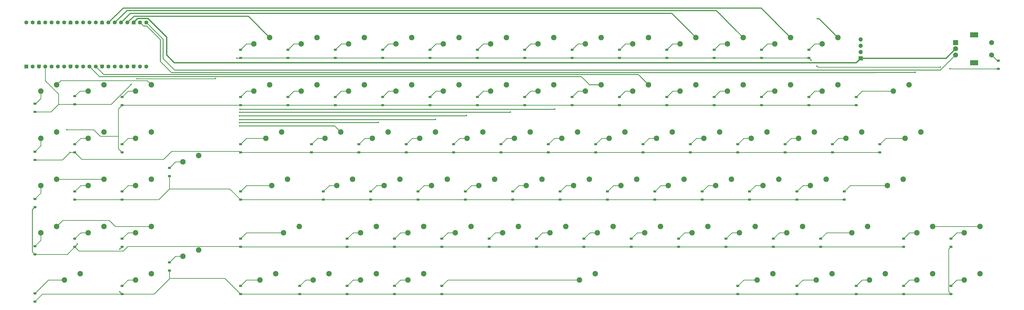
<source format=gbr>
%TF.GenerationSoftware,KiCad,Pcbnew,8.0.8*%
%TF.CreationDate,2025-04-09T15:43:05-07:00*%
%TF.ProjectId,hackboard,6861636b-626f-4617-9264-2e6b69636164,rev?*%
%TF.SameCoordinates,Original*%
%TF.FileFunction,Copper,L2,Bot*%
%TF.FilePolarity,Positive*%
%FSLAX46Y46*%
G04 Gerber Fmt 4.6, Leading zero omitted, Abs format (unit mm)*
G04 Created by KiCad (PCBNEW 8.0.8) date 2025-04-09 15:43:05*
%MOMM*%
%LPD*%
G01*
G04 APERTURE LIST*
G04 Aperture macros list*
%AMRoundRect*
0 Rectangle with rounded corners*
0 $1 Rounding radius*
0 $2 $3 $4 $5 $6 $7 $8 $9 X,Y pos of 4 corners*
0 Add a 4 corners polygon primitive as box body*
4,1,4,$2,$3,$4,$5,$6,$7,$8,$9,$2,$3,0*
0 Add four circle primitives for the rounded corners*
1,1,$1+$1,$2,$3*
1,1,$1+$1,$4,$5*
1,1,$1+$1,$6,$7*
1,1,$1+$1,$8,$9*
0 Add four rect primitives between the rounded corners*
20,1,$1+$1,$2,$3,$4,$5,0*
20,1,$1+$1,$4,$5,$6,$7,0*
20,1,$1+$1,$6,$7,$8,$9,0*
20,1,$1+$1,$8,$9,$2,$3,0*%
%AMFreePoly0*
4,1,28,0.605014,0.794986,0.644504,0.794986,0.724698,0.756366,0.780194,0.686777,0.800000,0.600000,0.800000,-0.600000,0.780194,-0.686777,0.724698,-0.756366,0.644504,-0.794986,0.605014,-0.794986,0.600000,-0.800000,0.000000,-0.800000,-0.178017,-0.779942,-0.347107,-0.720775,-0.498792,-0.625465,-0.625465,-0.498792,-0.720775,-0.347107,-0.779942,-0.178017,-0.800000,0.000000,-0.779942,0.178017,
-0.720775,0.347107,-0.625465,0.498792,-0.498792,0.625465,-0.347107,0.720775,-0.178017,0.779942,0.000000,0.800000,0.600000,0.800000,0.605014,0.794986,0.605014,0.794986,$1*%
%AMFreePoly1*
4,1,28,0.178017,0.779942,0.347107,0.720775,0.498792,0.625465,0.625465,0.498792,0.720775,0.347107,0.779942,0.178017,0.800000,0.000000,0.779942,-0.178017,0.720775,-0.347107,0.625465,-0.498792,0.498792,-0.625465,0.347107,-0.720775,0.178017,-0.779942,0.000000,-0.800000,-0.600000,-0.800000,-0.605014,-0.794986,-0.644504,-0.794986,-0.724698,-0.756366,-0.780194,-0.686777,-0.800000,-0.600000,
-0.800000,0.600000,-0.780194,0.686777,-0.724698,0.756366,-0.644504,0.794986,-0.605014,0.794986,-0.600000,0.800000,0.000000,0.800000,0.178017,0.779942,0.178017,0.779942,$1*%
G04 Aperture macros list end*
%TA.AperFunction,ComponentPad*%
%ADD10C,2.200000*%
%TD*%
%TA.AperFunction,ComponentPad*%
%ADD11R,1.700000X1.700000*%
%TD*%
%TA.AperFunction,ComponentPad*%
%ADD12O,1.700000X1.700000*%
%TD*%
%TA.AperFunction,ComponentPad*%
%ADD13RoundRect,0.200000X0.600000X-0.600000X0.600000X0.600000X-0.600000X0.600000X-0.600000X-0.600000X0*%
%TD*%
%TA.AperFunction,ComponentPad*%
%ADD14C,1.600000*%
%TD*%
%TA.AperFunction,ComponentPad*%
%ADD15FreePoly0,90.000000*%
%TD*%
%TA.AperFunction,ComponentPad*%
%ADD16FreePoly1,90.000000*%
%TD*%
%TA.AperFunction,ComponentPad*%
%ADD17R,2.000000X2.000000*%
%TD*%
%TA.AperFunction,ComponentPad*%
%ADD18C,2.000000*%
%TD*%
%TA.AperFunction,ComponentPad*%
%ADD19R,3.200000X2.000000*%
%TD*%
%TA.AperFunction,SMDPad,CuDef*%
%ADD20RoundRect,0.225000X0.375000X-0.225000X0.375000X0.225000X-0.375000X0.225000X-0.375000X-0.225000X0*%
%TD*%
%TA.AperFunction,ViaPad*%
%ADD21C,0.600000*%
%TD*%
%TA.AperFunction,Conductor*%
%ADD22C,0.250000*%
%TD*%
%TA.AperFunction,Conductor*%
%ADD23C,0.500000*%
%TD*%
%TA.AperFunction,Conductor*%
%ADD24C,0.400000*%
%TD*%
%TA.AperFunction,Conductor*%
%ADD25C,0.300000*%
%TD*%
G04 APERTURE END LIST*
D10*
%TO.P,SW74,1,1*%
%TO.N,col 10*%
X312181875Y-160813750D03*
%TO.P,SW74,2,2*%
%TO.N,Net-(D74-A)*%
X305831875Y-163353750D03*
%TD*%
%TO.P,SW13,1,1*%
%TO.N,col 12*%
X345519375Y-84613750D03*
%TO.P,SW13,2,2*%
%TO.N,Net-(D13-A)*%
X339169375Y-87153750D03*
%TD*%
%TO.P,SW53,1,1*%
%TO.N,col 5*%
X207406875Y-141763750D03*
%TO.P,SW53,2,2*%
%TO.N,Net-(D53-A)*%
X201056875Y-144303750D03*
%TD*%
%TO.P,SW72,1,1*%
%TO.N,col 8*%
X274081875Y-160813750D03*
%TO.P,SW72,2,2*%
%TO.N,Net-(D72-A)*%
X267731875Y-163353750D03*
%TD*%
%TO.P,SW3,1,1*%
%TO.N,col 2*%
X107394375Y-103663750D03*
%TO.P,SW3,2,2*%
%TO.N,Net-(D3-A)*%
X101044375Y-106203750D03*
%TD*%
%TO.P,SW50,1,1*%
%TO.N,col 2*%
X126444375Y-141763750D03*
%TO.P,SW50,2,2*%
%TO.N,Net-(D50-A)*%
X120094375Y-144303750D03*
%TD*%
%TO.P,SW75,1,1*%
%TO.N,col 11*%
X331231875Y-160813750D03*
%TO.P,SW75,2,2*%
%TO.N,Net-(D75-A)*%
X324881875Y-163353750D03*
%TD*%
%TO.P,SW61,1,1*%
%TO.N,col 13*%
X359806875Y-141763750D03*
%TO.P,SW61,2,2*%
%TO.N,Net-(D61-A)*%
X353456875Y-144303750D03*
%TD*%
%TO.P,SW14,1,1*%
%TO.N,col 13*%
X364569375Y-84613750D03*
%TO.P,SW14,2,2*%
%TO.N,Net-(D14-A)*%
X358219375Y-87153750D03*
%TD*%
%TO.P,SW47,1,1*%
%TO.N,col 15*%
X412194375Y-122713750D03*
%TO.P,SW47,2,2*%
%TO.N,Net-(D47-A)*%
X405844375Y-125253750D03*
%TD*%
%TO.P,SW25,1,1*%
%TO.N,col 9*%
X288369375Y-103663750D03*
%TO.P,SW25,2,2*%
%TO.N,Net-(D25-A)*%
X282019375Y-106203750D03*
%TD*%
%TO.P,SW79,1,1*%
%TO.N,col 15*%
X414575625Y-160813750D03*
%TO.P,SW79,2,2*%
%TO.N,Net-(D79-A)*%
X408225625Y-163353750D03*
%TD*%
D11*
%TO.P,Brd1,1,GND*%
%TO.N,GND*%
X411803750Y-92991875D03*
D12*
%TO.P,Brd1,2,VCC*%
%TO.N,+5V*%
X411803750Y-90451875D03*
%TO.P,Brd1,3,SCL*%
%TO.N,clock*%
X411803750Y-87911875D03*
%TO.P,Brd1,4,SDA*%
%TO.N,data*%
X411803750Y-85371875D03*
%TD*%
D10*
%TO.P,SW32,1,1*%
%TO.N,col 16*%
X431244375Y-103663750D03*
%TO.P,SW32,2,2*%
%TO.N,Net-(D32-A)*%
X424894375Y-106203750D03*
%TD*%
%TO.P,SW90,1,1*%
%TO.N,col 11*%
X376475625Y-179863750D03*
%TO.P,SW90,2,2*%
%TO.N,Net-(D90-A)*%
X370125625Y-182403750D03*
%TD*%
%TO.P,SW68,1,1*%
%TO.N,col 4*%
X185975625Y-160813750D03*
%TO.P,SW68,2,2*%
%TO.N,Net-(D68-A)*%
X179625625Y-163353750D03*
%TD*%
%TO.P,SW49,1,1*%
%TO.N,col 1*%
X107394375Y-141763750D03*
%TO.P,SW49,2,2*%
%TO.N,Net-(D49-A)*%
X101044375Y-144303750D03*
%TD*%
%TO.P,SW11,1,1*%
%TO.N,col 10*%
X307419375Y-84613750D03*
%TO.P,SW11,2,2*%
%TO.N,Net-(D11-A)*%
X301069375Y-87153750D03*
%TD*%
%TO.P,SW81,1,1*%
%TO.N,col 1*%
X97869375Y-179863750D03*
%TO.P,SW81,2,2*%
%TO.N,Net-(D81-A)*%
X91519375Y-182403750D03*
%TD*%
%TO.P,SW58,1,1*%
%TO.N,col 10*%
X302656875Y-141763750D03*
%TO.P,SW58,2,2*%
%TO.N,Net-(D58-A)*%
X296306875Y-144303750D03*
%TD*%
%TO.P,SW56,1,1*%
%TO.N,col 8*%
X264556875Y-141763750D03*
%TO.P,SW56,2,2*%
%TO.N,Net-(D56-A)*%
X258206875Y-144303750D03*
%TD*%
%TO.P,SW80,1,1*%
%TO.N,col 16*%
X440769375Y-160813750D03*
%TO.P,SW80,2,2*%
%TO.N,Net-(D80-A)*%
X434419375Y-163353750D03*
%TD*%
%TO.P,SW7,1,1*%
%TO.N,col 6*%
X231219375Y-84613750D03*
%TO.P,SW7,2,2*%
%TO.N,Net-(D7-A)*%
X224869375Y-87153750D03*
%TD*%
%TO.P,SW51,1,1*%
%TO.N,col 3*%
X145494375Y-132238750D03*
%TO.P,SW51,2,2*%
%TO.N,Net-(D51-A)*%
X139144375Y-134778750D03*
%TD*%
%TO.P,SW54,1,1*%
%TO.N,col 6*%
X226456875Y-141763750D03*
%TO.P,SW54,2,2*%
%TO.N,Net-(D54-A)*%
X220106875Y-144303750D03*
%TD*%
%TO.P,SW30,1,1*%
%TO.N,col 14*%
X383619375Y-103663750D03*
%TO.P,SW30,2,2*%
%TO.N,Net-(D30-A)*%
X377269375Y-106203750D03*
%TD*%
%TO.P,SW40,1,1*%
%TO.N,col 8*%
X278844375Y-122713750D03*
%TO.P,SW40,2,2*%
%TO.N,Net-(D40-A)*%
X272494375Y-125253750D03*
%TD*%
%TO.P,SW27,1,1*%
%TO.N,col 11*%
X326469375Y-103663750D03*
%TO.P,SW27,2,2*%
%TO.N,Net-(D27-A)*%
X320119375Y-106203750D03*
%TD*%
%TO.P,SW83,1,1*%
%TO.N,col 3*%
X126444375Y-179863750D03*
%TO.P,SW83,2,2*%
%TO.N,Net-(D83-A)*%
X120094375Y-182403750D03*
%TD*%
%TO.P,SW38,1,1*%
%TO.N,col 6*%
X240744375Y-122713750D03*
%TO.P,SW38,2,2*%
%TO.N,Net-(D38-A)*%
X234394375Y-125253750D03*
%TD*%
%TO.P,SW85,1,1*%
%TO.N,col 5*%
X176450625Y-179863750D03*
%TO.P,SW85,2,2*%
%TO.N,Net-(D85-A)*%
X170100625Y-182403750D03*
%TD*%
%TO.P,SW8,1,1*%
%TO.N,col 7*%
X250269375Y-84613750D03*
%TO.P,SW8,2,2*%
%TO.N,Net-(D8-A)*%
X243919375Y-87153750D03*
%TD*%
%TO.P,SW93,1,1*%
%TO.N,col 14*%
X440769375Y-179863750D03*
%TO.P,SW93,2,2*%
%TO.N,Net-(D93-A)*%
X434419375Y-182403750D03*
%TD*%
%TO.P,SW22,1,1*%
%TO.N,col 6*%
X231219375Y-103663750D03*
%TO.P,SW22,2,2*%
%TO.N,Net-(D22-A)*%
X224869375Y-106203750D03*
%TD*%
%TO.P,SW62,1,1*%
%TO.N,col 14*%
X378856875Y-141763750D03*
%TO.P,SW62,2,2*%
%TO.N,Net-(D62-A)*%
X372506875Y-144303750D03*
%TD*%
%TO.P,SW67,1,1*%
%TO.N,col 3*%
X107394375Y-160813750D03*
%TO.P,SW67,2,2*%
%TO.N,Net-(D67-A)*%
X101044375Y-163353750D03*
%TD*%
%TO.P,SW59,1,1*%
%TO.N,col 11*%
X321706875Y-141763750D03*
%TO.P,SW59,2,2*%
%TO.N,Net-(D59-A)*%
X315356875Y-144303750D03*
%TD*%
%TO.P,SW44,1,1*%
%TO.N,col 12*%
X355044375Y-122713750D03*
%TO.P,SW44,2,2*%
%TO.N,Net-(D44-A)*%
X348694375Y-125253750D03*
%TD*%
%TO.P,SW37,1,1*%
%TO.N,col 5*%
X221694375Y-122713750D03*
%TO.P,SW37,2,2*%
%TO.N,Net-(D37-A)*%
X215344375Y-125253750D03*
%TD*%
%TO.P,SW26,1,1*%
%TO.N,col 10*%
X307419375Y-103663750D03*
%TO.P,SW26,2,2*%
%TO.N,Net-(D26-A)*%
X301069375Y-106203750D03*
%TD*%
%TO.P,SW94,1,1*%
%TO.N,col 15*%
X459819375Y-179863750D03*
%TO.P,SW94,2,2*%
%TO.N,Net-(D94-A)*%
X453469375Y-182403750D03*
%TD*%
%TO.P,SW55,1,1*%
%TO.N,col 7*%
X245506875Y-141763750D03*
%TO.P,SW55,2,2*%
%TO.N,Net-(D55-A)*%
X239156875Y-144303750D03*
%TD*%
D13*
%TO.P,U1,1,GPIO0*%
%TO.N,row 6*%
X76180000Y-96330000D03*
D14*
%TO.P,U1,2,GPIO1*%
%TO.N,col 1*%
X78720000Y-96330000D03*
D15*
%TO.P,U1,3,GND*%
%TO.N,unconnected-(U1-GND-Pad3)*%
X81260000Y-96330000D03*
D14*
%TO.P,U1,4,GPIO2*%
%TO.N,row 1*%
X83800000Y-96330000D03*
%TO.P,U1,5,GPIO3*%
%TO.N,row 2*%
X86340000Y-96330000D03*
%TO.P,U1,6,GPIO4*%
%TO.N,row 3*%
X88880000Y-96330000D03*
%TO.P,U1,7,GPIO5*%
%TO.N,row 4*%
X91420000Y-96330000D03*
D15*
%TO.P,U1,8,GND*%
%TO.N,unconnected-(U1-GND-Pad8)*%
X93960000Y-96330000D03*
D14*
%TO.P,U1,9,GPIO6*%
%TO.N,row 5*%
X96500000Y-96330000D03*
%TO.P,U1,10,GPIO7*%
%TO.N,col 2*%
X99040000Y-96330000D03*
%TO.P,U1,11,GPIO8*%
%TO.N,col 10*%
X101580000Y-96330000D03*
%TO.P,U1,12,GPIO9*%
%TO.N,col 11*%
X104120000Y-96330000D03*
D15*
%TO.P,U1,13,GND*%
%TO.N,unconnected-(U1-GND-Pad13)*%
X106660000Y-96330000D03*
D14*
%TO.P,U1,14,GPIO10*%
%TO.N,col 4*%
X109200000Y-96330000D03*
%TO.P,U1,15,GPIO11*%
%TO.N,col 5*%
X111740000Y-96330000D03*
%TO.P,U1,16,GPIO12*%
%TO.N,col 6*%
X114280000Y-96330000D03*
%TO.P,U1,17,GPIO13*%
%TO.N,col 7*%
X116820000Y-96330000D03*
D15*
%TO.P,U1,18,GND*%
%TO.N,unconnected-(U1-GND-Pad18)*%
X119360000Y-96330000D03*
D14*
%TO.P,U1,19,GPIO14*%
%TO.N,col 8*%
X121900000Y-96330000D03*
%TO.P,U1,20,GPIO15*%
%TO.N,col 9*%
X124440000Y-96330000D03*
%TO.P,U1,21,GPIO16*%
%TO.N,encA*%
X124440000Y-78550000D03*
%TO.P,U1,22,GPIO17*%
%TO.N,encB*%
X121900000Y-78550000D03*
D16*
%TO.P,U1,23,GND*%
%TO.N,GND*%
X119360000Y-78550000D03*
D14*
%TO.P,U1,24,GPIO18*%
%TO.N,col 3*%
X116820000Y-78550000D03*
%TO.P,U1,25,GPIO19*%
%TO.N,col 12*%
X114280000Y-78550000D03*
%TO.P,U1,26,GPIO20*%
%TO.N,col 13*%
X111740000Y-78550000D03*
%TO.P,U1,27,GPIO21*%
%TO.N,col 14*%
X109200000Y-78550000D03*
D16*
%TO.P,U1,28,GND*%
%TO.N,unconnected-(U1-GND-Pad28)*%
X106660000Y-78550000D03*
D14*
%TO.P,U1,29,GPIO22*%
%TO.N,col 15*%
X104120000Y-78550000D03*
%TO.P,U1,30,RUN*%
%TO.N,unconnected-(U1-RUN-Pad30)*%
X101580000Y-78550000D03*
%TO.P,U1,31,GPIO26_ADC0*%
%TO.N,data*%
X99040000Y-78550000D03*
%TO.P,U1,32,GPIO27_ADC1*%
%TO.N,clock*%
X96500000Y-78550000D03*
D16*
%TO.P,U1,33,AGND*%
%TO.N,unconnected-(U1-AGND-Pad33)*%
X93960000Y-78550000D03*
D14*
%TO.P,U1,34,GPIO28_ADC2*%
%TO.N,col 16*%
X91420000Y-78550000D03*
%TO.P,U1,35,ADC_VREF*%
%TO.N,unconnected-(U1-ADC_VREF-Pad35)*%
X88880000Y-78550000D03*
%TO.P,U1,36,3V3*%
%TO.N,unconnected-(U1-3V3-Pad36)*%
X86340000Y-78550000D03*
%TO.P,U1,37,3V3_EN*%
%TO.N,unconnected-(U1-3V3_EN-Pad37)*%
X83800000Y-78550000D03*
D16*
%TO.P,U1,38,GND*%
%TO.N,unconnected-(U1-GND-Pad38)*%
X81260000Y-78550000D03*
D14*
%TO.P,U1,39,VSYS*%
%TO.N,unconnected-(U1-VSYS-Pad39)*%
X78720000Y-78550000D03*
%TO.P,U1,40,VBUS*%
%TO.N,+5V*%
X76180000Y-78550000D03*
%TD*%
D10*
%TO.P,SW63,1,1*%
%TO.N,col 15*%
X397906875Y-141763750D03*
%TO.P,SW63,2,2*%
%TO.N,Net-(D63-A)*%
X391556875Y-144303750D03*
%TD*%
%TO.P,SW9,1,1*%
%TO.N,col 8*%
X269319375Y-84613750D03*
%TO.P,SW9,2,2*%
%TO.N,Net-(D9-A)*%
X262969375Y-87153750D03*
%TD*%
%TO.P,SW5,1,1*%
%TO.N,col 4*%
X193119375Y-84613750D03*
%TO.P,SW5,2,2*%
%TO.N,Net-(D5-A)*%
X186769375Y-87153750D03*
%TD*%
%TO.P,SW2,1,1*%
%TO.N,col 1*%
X88344375Y-103663750D03*
%TO.P,SW2,2,2*%
%TO.N,Net-(D2-A)*%
X81994375Y-106203750D03*
%TD*%
%TO.P,SW84,1,1*%
%TO.N,col 4*%
X145494375Y-170338750D03*
%TO.P,SW84,2,2*%
%TO.N,Net-(D84-A)*%
X139144375Y-172878750D03*
%TD*%
%TO.P,SW18,1,1*%
%TO.N,col 2*%
X126444375Y-122713750D03*
%TO.P,SW18,2,2*%
%TO.N,Net-(D18-A)*%
X120094375Y-125253750D03*
%TD*%
%TO.P,SW41,1,1*%
%TO.N,col 9*%
X297894375Y-122713750D03*
%TO.P,SW41,2,2*%
%TO.N,Net-(D41-A)*%
X291544375Y-125253750D03*
%TD*%
%TO.P,SW21,1,1*%
%TO.N,col 5*%
X212169375Y-103663750D03*
%TO.P,SW21,2,2*%
%TO.N,Net-(D21-A)*%
X205819375Y-106203750D03*
%TD*%
%TO.P,SW28,1,1*%
%TO.N,col 12*%
X345519375Y-103663750D03*
%TO.P,SW28,2,2*%
%TO.N,Net-(D28-A)*%
X339169375Y-106203750D03*
%TD*%
%TO.P,SW45,1,1*%
%TO.N,col 13*%
X374094375Y-122713750D03*
%TO.P,SW45,2,2*%
%TO.N,Net-(D45-A)*%
X367744375Y-125253750D03*
%TD*%
%TO.P,SW6,1,1*%
%TO.N,col 5*%
X212169375Y-84613750D03*
%TO.P,SW6,2,2*%
%TO.N,Net-(D6-A)*%
X205819375Y-87153750D03*
%TD*%
%TO.P,SW91,1,1*%
%TO.N,col 12*%
X400288125Y-179863750D03*
%TO.P,SW91,2,2*%
%TO.N,Net-(D91-A)*%
X393938125Y-182403750D03*
%TD*%
%TO.P,SW92,1,1*%
%TO.N,col 13*%
X421719375Y-179863750D03*
%TO.P,SW92,2,2*%
%TO.N,Net-(D92-A)*%
X415369375Y-182403750D03*
%TD*%
%TO.P,SW73,1,1*%
%TO.N,col 9*%
X293131875Y-160813750D03*
%TO.P,SW73,2,2*%
%TO.N,Net-(D73-A)*%
X286781875Y-163353750D03*
%TD*%
%TO.P,SW29,1,1*%
%TO.N,col 13*%
X364569375Y-103663750D03*
%TO.P,SW29,2,2*%
%TO.N,Net-(D29-A)*%
X358219375Y-106203750D03*
%TD*%
D17*
%TO.P,SW1,A,A*%
%TO.N,encB*%
X449950000Y-86678125D03*
D18*
%TO.P,SW1,B,B*%
%TO.N,encA*%
X449950000Y-91678125D03*
%TO.P,SW1,C,C*%
%TO.N,GND*%
X449950000Y-89178125D03*
D19*
%TO.P,SW1,MP*%
%TO.N,N/C*%
X457450000Y-83578125D03*
X457450000Y-94778125D03*
D18*
%TO.P,SW1,S1,S1*%
%TO.N,Net-(D1-A)*%
X464450000Y-91678125D03*
%TO.P,SW1,S2,S2*%
%TO.N,col 16*%
X464450000Y-86678125D03*
%TD*%
D10*
%TO.P,SW88,1,1*%
%TO.N,col 8*%
X235981875Y-179863750D03*
%TO.P,SW88,2,2*%
%TO.N,Net-(D88-A)*%
X229631875Y-182403750D03*
%TD*%
%TO.P,SW89,1,1*%
%TO.N,col 10*%
X305038125Y-179863750D03*
%TO.P,SW89,2,2*%
%TO.N,Net-(D89-A)*%
X298688125Y-182403750D03*
%TD*%
%TO.P,SW82,1,1*%
%TO.N,col 2*%
X126444375Y-160813750D03*
%TO.P,SW82,2,2*%
%TO.N,Net-(D82-A)*%
X120094375Y-163353750D03*
%TD*%
%TO.P,SW12,1,1*%
%TO.N,col 11*%
X326469375Y-84613750D03*
%TO.P,SW12,2,2*%
%TO.N,Net-(D12-A)*%
X320119375Y-87153750D03*
%TD*%
%TO.P,SW24,1,1*%
%TO.N,col 8*%
X269319375Y-103663750D03*
%TO.P,SW24,2,2*%
%TO.N,Net-(D24-A)*%
X262969375Y-106203750D03*
%TD*%
%TO.P,SW52,1,1*%
%TO.N,col 4*%
X181213125Y-141763750D03*
%TO.P,SW52,2,2*%
%TO.N,Net-(D52-A)*%
X174863125Y-144303750D03*
%TD*%
%TO.P,SW15,1,1*%
%TO.N,col 14*%
X383619375Y-84613750D03*
%TO.P,SW15,2,2*%
%TO.N,Net-(D15-A)*%
X377269375Y-87153750D03*
%TD*%
%TO.P,SW23,1,1*%
%TO.N,col 7*%
X250269375Y-103663750D03*
%TO.P,SW23,2,2*%
%TO.N,Net-(D23-A)*%
X243919375Y-106203750D03*
%TD*%
%TO.P,SW4,1,1*%
%TO.N,col 3*%
X174069375Y-84613750D03*
%TO.P,SW4,2,2*%
%TO.N,Net-(D4-A)*%
X167719375Y-87153750D03*
%TD*%
%TO.P,SW19,1,1*%
%TO.N,col 3*%
X174069375Y-103663750D03*
%TO.P,SW19,2,2*%
%TO.N,Net-(D19-A)*%
X167719375Y-106203750D03*
%TD*%
%TO.P,SW46,1,1*%
%TO.N,col 14*%
X393144375Y-122713750D03*
%TO.P,SW46,2,2*%
%TO.N,Net-(D46-A)*%
X386794375Y-125253750D03*
%TD*%
%TO.P,SW16,1,1*%
%TO.N,col 15*%
X402669370Y-84613750D03*
%TO.P,SW16,2,2*%
%TO.N,Net-(D16-A)*%
X396319370Y-87153750D03*
%TD*%
%TO.P,SW65,1,1*%
%TO.N,col 1*%
X88344375Y-141763750D03*
%TO.P,SW65,2,2*%
%TO.N,Net-(D65-A)*%
X81994375Y-144303750D03*
%TD*%
%TO.P,SW48,1,1*%
%TO.N,col 16*%
X436006875Y-122713750D03*
%TO.P,SW48,2,2*%
%TO.N,Net-(D48-A)*%
X429656875Y-125253750D03*
%TD*%
%TO.P,SW43,1,1*%
%TO.N,col 11*%
X335994375Y-122713750D03*
%TO.P,SW43,2,2*%
%TO.N,Net-(D43-A)*%
X329644375Y-125253750D03*
%TD*%
%TO.P,SW70,1,1*%
%TO.N,col 6*%
X235981875Y-160813750D03*
%TO.P,SW70,2,2*%
%TO.N,Net-(D70-A)*%
X229631875Y-163353750D03*
%TD*%
%TO.P,SW57,1,1*%
%TO.N,col 9*%
X283606875Y-141763750D03*
%TO.P,SW57,2,2*%
%TO.N,Net-(D57-A)*%
X277256875Y-144303750D03*
%TD*%
%TO.P,SW35,1,1*%
%TO.N,col 3*%
X178831875Y-122713750D03*
%TO.P,SW35,2,2*%
%TO.N,Net-(D35-A)*%
X172481875Y-125253750D03*
%TD*%
%TO.P,SW34,1,1*%
%TO.N,col 2*%
X107394375Y-122713750D03*
%TO.P,SW34,2,2*%
%TO.N,Net-(D34-A)*%
X101044375Y-125253750D03*
%TD*%
%TO.P,SW77,1,1*%
%TO.N,col 13*%
X369331875Y-160813750D03*
%TO.P,SW77,2,2*%
%TO.N,Net-(D77-A)*%
X362981875Y-163353750D03*
%TD*%
%TO.P,SW10,1,1*%
%TO.N,col 9*%
X288369375Y-84613750D03*
%TO.P,SW10,2,2*%
%TO.N,Net-(D10-A)*%
X282019375Y-87153750D03*
%TD*%
%TO.P,SW71,1,1*%
%TO.N,col 7*%
X255031875Y-160813750D03*
%TO.P,SW71,2,2*%
%TO.N,Net-(D71-A)*%
X248681875Y-163353750D03*
%TD*%
%TO.P,SW64,1,1*%
%TO.N,col 16*%
X428863125Y-141763750D03*
%TO.P,SW64,2,2*%
%TO.N,Net-(D64-A)*%
X422513125Y-144303750D03*
%TD*%
%TO.P,SW66,1,1*%
%TO.N,col 2*%
X88344375Y-160813750D03*
%TO.P,SW66,2,2*%
%TO.N,Net-(D66-A)*%
X81994375Y-163353750D03*
%TD*%
%TO.P,SW33,1,1*%
%TO.N,col 1*%
X88344375Y-122713750D03*
%TO.P,SW33,2,2*%
%TO.N,Net-(D33-A)*%
X81994375Y-125253750D03*
%TD*%
%TO.P,SW39,1,1*%
%TO.N,col 7*%
X259794375Y-122713750D03*
%TO.P,SW39,2,2*%
%TO.N,Net-(D39-A)*%
X253444375Y-125253750D03*
%TD*%
%TO.P,SW36,1,1*%
%TO.N,col 4*%
X202644375Y-122713750D03*
%TO.P,SW36,2,2*%
%TO.N,Net-(D36-A)*%
X196294375Y-125253750D03*
%TD*%
%TO.P,SW42,1,1*%
%TO.N,col 10*%
X316944375Y-122713750D03*
%TO.P,SW42,2,2*%
%TO.N,Net-(D42-A)*%
X310594375Y-125253750D03*
%TD*%
%TO.P,SW20,1,1*%
%TO.N,col 4*%
X193119375Y-103663750D03*
%TO.P,SW20,2,2*%
%TO.N,Net-(D20-A)*%
X186769375Y-106203750D03*
%TD*%
%TO.P,SW76,1,1*%
%TO.N,col 12*%
X350281875Y-160813750D03*
%TO.P,SW76,2,2*%
%TO.N,Net-(D76-A)*%
X343931875Y-163353750D03*
%TD*%
%TO.P,SW86,1,1*%
%TO.N,col 6*%
X197881875Y-179863750D03*
%TO.P,SW86,2,2*%
%TO.N,Net-(D86-A)*%
X191531875Y-182403750D03*
%TD*%
%TO.P,SW69,1,1*%
%TO.N,col 5*%
X216931875Y-160813750D03*
%TO.P,SW69,2,2*%
%TO.N,Net-(D69-A)*%
X210581875Y-163353750D03*
%TD*%
%TO.P,SW87,1,1*%
%TO.N,col 7*%
X216931875Y-179863750D03*
%TO.P,SW87,2,2*%
%TO.N,Net-(D87-A)*%
X210581875Y-182403750D03*
%TD*%
%TO.P,SW17,1,1*%
%TO.N,col 1*%
X126444375Y-103663750D03*
%TO.P,SW17,2,2*%
%TO.N,Net-(D17-A)*%
X120094375Y-106203750D03*
%TD*%
%TO.P,SW95,1,1*%
%TO.N,col 16*%
X459819375Y-160813750D03*
%TO.P,SW95,2,2*%
%TO.N,Net-(D95-A)*%
X453469375Y-163353750D03*
%TD*%
%TO.P,SW60,1,1*%
%TO.N,col 12*%
X340756875Y-141763750D03*
%TO.P,SW60,2,2*%
%TO.N,Net-(D60-A)*%
X334406875Y-144303750D03*
%TD*%
%TO.P,SW78,1,1*%
%TO.N,col 14*%
X388381875Y-160813750D03*
%TO.P,SW78,2,2*%
%TO.N,Net-(D78-A)*%
X382031875Y-163353750D03*
%TD*%
%TO.P,SW31,1,1*%
%TO.N,col 15*%
X402669375Y-103663750D03*
%TO.P,SW31,2,2*%
%TO.N,Net-(D31-A)*%
X396319375Y-106203750D03*
%TD*%
D20*
%TO.P,D31,1,K*%
%TO.N,row 2*%
X390921875Y-111918750D03*
%TO.P,D31,2,A*%
%TO.N,Net-(D31-A)*%
X390921875Y-108618750D03*
%TD*%
%TO.P,D21,1,K*%
%TO.N,row 2*%
X200421875Y-111918750D03*
%TO.P,D21,2,A*%
%TO.N,Net-(D21-A)*%
X200421875Y-108618750D03*
%TD*%
%TO.P,D8,1,K*%
%TO.N,row 1*%
X238521875Y-92868750D03*
%TO.P,D8,2,A*%
%TO.N,Net-(D8-A)*%
X238521875Y-89568750D03*
%TD*%
%TO.P,D23,1,K*%
%TO.N,row 2*%
X238521875Y-111918750D03*
%TO.P,D23,2,A*%
%TO.N,Net-(D23-A)*%
X238521875Y-108618750D03*
%TD*%
%TO.P,D45,1,K*%
%TO.N,row 3*%
X362346875Y-130968750D03*
%TO.P,D45,2,A*%
%TO.N,Net-(D45-A)*%
X362346875Y-127668750D03*
%TD*%
%TO.P,D1,1,K*%
%TO.N,row 1*%
X467121875Y-97234375D03*
%TO.P,D1,2,A*%
%TO.N,Net-(D1-A)*%
X467121875Y-93934375D03*
%TD*%
%TO.P,D71,1,K*%
%TO.N,row 5*%
X243284375Y-169068750D03*
%TO.P,D71,2,A*%
%TO.N,Net-(D71-A)*%
X243284375Y-165768750D03*
%TD*%
%TO.P,D74,1,K*%
%TO.N,row 5*%
X300434375Y-169068750D03*
%TO.P,D74,2,A*%
%TO.N,Net-(D74-A)*%
X300434375Y-165768750D03*
%TD*%
%TO.P,D57,1,K*%
%TO.N,row 4*%
X271859375Y-150018750D03*
%TO.P,D57,2,A*%
%TO.N,Net-(D57-A)*%
X271859375Y-146718750D03*
%TD*%
%TO.P,D41,1,K*%
%TO.N,row 3*%
X286146875Y-130968750D03*
%TO.P,D41,2,A*%
%TO.N,Net-(D41-A)*%
X286146875Y-127668750D03*
%TD*%
%TO.P,D81,1,K*%
%TO.N,row 6*%
X79596875Y-191118750D03*
%TO.P,D81,2,A*%
%TO.N,Net-(D81-A)*%
X79596875Y-187818750D03*
%TD*%
%TO.P,D84,1,K*%
%TO.N,row 6*%
X133746875Y-178593750D03*
%TO.P,D84,2,A*%
%TO.N,Net-(D84-A)*%
X133746875Y-175293750D03*
%TD*%
%TO.P,D90,1,K*%
%TO.N,row 6*%
X362346875Y-188118750D03*
%TO.P,D90,2,A*%
%TO.N,Net-(D90-A)*%
X362346875Y-184818750D03*
%TD*%
%TO.P,D35,1,K*%
%TO.N,row 3*%
X162321875Y-130968750D03*
%TO.P,D35,2,A*%
%TO.N,Net-(D35-A)*%
X162321875Y-127668750D03*
%TD*%
%TO.P,D51,1,K*%
%TO.N,row 4*%
X133746875Y-140493750D03*
%TO.P,D51,2,A*%
%TO.N,Net-(D51-A)*%
X133746875Y-137193750D03*
%TD*%
%TO.P,D17,1,K*%
%TO.N,row 2*%
X114696875Y-111918750D03*
%TO.P,D17,2,A*%
%TO.N,Net-(D17-A)*%
X114696875Y-108618750D03*
%TD*%
%TO.P,D44,1,K*%
%TO.N,row 3*%
X343296875Y-130968750D03*
%TO.P,D44,2,A*%
%TO.N,Net-(D44-A)*%
X343296875Y-127668750D03*
%TD*%
%TO.P,D26,1,K*%
%TO.N,row 2*%
X295671875Y-111918750D03*
%TO.P,D26,2,A*%
%TO.N,Net-(D26-A)*%
X295671875Y-108618750D03*
%TD*%
%TO.P,D6,1,K*%
%TO.N,row 1*%
X200421875Y-92868750D03*
%TO.P,D6,2,A*%
%TO.N,Net-(D6-A)*%
X200421875Y-89568750D03*
%TD*%
%TO.P,D3,1,K*%
%TO.N,row 1*%
X95646875Y-111584375D03*
%TO.P,D3,2,A*%
%TO.N,Net-(D3-A)*%
X95646875Y-108284375D03*
%TD*%
%TO.P,D65,1,K*%
%TO.N,row 5*%
X79596875Y-153018750D03*
%TO.P,D65,2,A*%
%TO.N,Net-(D65-A)*%
X79596875Y-149718750D03*
%TD*%
%TO.P,D11,1,K*%
%TO.N,row 1*%
X295671875Y-92868750D03*
%TO.P,D11,2,A*%
%TO.N,Net-(D11-A)*%
X295671875Y-89568750D03*
%TD*%
%TO.P,D87,1,K*%
%TO.N,row 6*%
X205184375Y-188118750D03*
%TO.P,D87,2,A*%
%TO.N,Net-(D87-A)*%
X205184375Y-184818750D03*
%TD*%
%TO.P,D73,1,K*%
%TO.N,row 5*%
X281384375Y-169068750D03*
%TO.P,D73,2,A*%
%TO.N,Net-(D73-A)*%
X281384375Y-165768750D03*
%TD*%
%TO.P,D19,1,K*%
%TO.N,row 2*%
X162321875Y-111918750D03*
%TO.P,D19,2,A*%
%TO.N,Net-(D19-A)*%
X162321875Y-108618750D03*
%TD*%
%TO.P,D28,1,K*%
%TO.N,row 2*%
X333771875Y-111918750D03*
%TO.P,D28,2,A*%
%TO.N,Net-(D28-A)*%
X333771875Y-108618750D03*
%TD*%
%TO.P,D56,1,K*%
%TO.N,row 4*%
X252809375Y-150018750D03*
%TO.P,D56,2,A*%
%TO.N,Net-(D56-A)*%
X252809375Y-146718750D03*
%TD*%
%TO.P,D24,1,K*%
%TO.N,row 2*%
X257571875Y-111918750D03*
%TO.P,D24,2,A*%
%TO.N,Net-(D24-A)*%
X257571875Y-108618750D03*
%TD*%
%TO.P,D89,1,K*%
%TO.N,row 6*%
X243284375Y-188118750D03*
%TO.P,D89,2,A*%
%TO.N,Net-(D89-A)*%
X243284375Y-184818750D03*
%TD*%
%TO.P,D76,1,K*%
%TO.N,row 5*%
X338534375Y-169068750D03*
%TO.P,D76,2,A*%
%TO.N,Net-(D76-A)*%
X338534375Y-165768750D03*
%TD*%
%TO.P,D58,1,K*%
%TO.N,row 4*%
X290909375Y-150018750D03*
%TO.P,D58,2,A*%
%TO.N,Net-(D58-A)*%
X290909375Y-146718750D03*
%TD*%
%TO.P,D91,1,K*%
%TO.N,row 6*%
X386159375Y-188118750D03*
%TO.P,D91,2,A*%
%TO.N,Net-(D91-A)*%
X386159375Y-184818750D03*
%TD*%
%TO.P,D42,1,K*%
%TO.N,row 3*%
X305196875Y-130968750D03*
%TO.P,D42,2,A*%
%TO.N,Net-(D42-A)*%
X305196875Y-127668750D03*
%TD*%
%TO.P,D5,1,K*%
%TO.N,row 1*%
X181371875Y-92868750D03*
%TO.P,D5,2,A*%
%TO.N,Net-(D5-A)*%
X181371875Y-89568750D03*
%TD*%
%TO.P,D77,1,K*%
%TO.N,row 5*%
X357584375Y-169068750D03*
%TO.P,D77,2,A*%
%TO.N,Net-(D77-A)*%
X357584375Y-165768750D03*
%TD*%
%TO.P,D39,1,K*%
%TO.N,row 3*%
X248046875Y-130968750D03*
%TO.P,D39,2,A*%
%TO.N,Net-(D39-A)*%
X248046875Y-127668750D03*
%TD*%
%TO.P,D61,1,K*%
%TO.N,row 4*%
X348059375Y-150018750D03*
%TO.P,D61,2,A*%
%TO.N,Net-(D61-A)*%
X348059375Y-146718750D03*
%TD*%
%TO.P,D12,1,K*%
%TO.N,row 1*%
X314721875Y-92868750D03*
%TO.P,D12,2,A*%
%TO.N,Net-(D12-A)*%
X314721875Y-89568750D03*
%TD*%
%TO.P,D30,1,K*%
%TO.N,row 2*%
X371871875Y-111918750D03*
%TO.P,D30,2,A*%
%TO.N,Net-(D30-A)*%
X371871875Y-108618750D03*
%TD*%
%TO.P,D34,1,K*%
%TO.N,row 3*%
X95646875Y-130968750D03*
%TO.P,D34,2,A*%
%TO.N,Net-(D34-A)*%
X95646875Y-127668750D03*
%TD*%
%TO.P,D27,1,K*%
%TO.N,row 2*%
X314721875Y-111918750D03*
%TO.P,D27,2,A*%
%TO.N,Net-(D27-A)*%
X314721875Y-108618750D03*
%TD*%
%TO.P,D69,1,K*%
%TO.N,row 5*%
X205184375Y-169068750D03*
%TO.P,D69,2,A*%
%TO.N,Net-(D69-A)*%
X205184375Y-165768750D03*
%TD*%
%TO.P,D82,1,K*%
%TO.N,row 6*%
X114696875Y-169068750D03*
%TO.P,D82,2,A*%
%TO.N,Net-(D82-A)*%
X114696875Y-165768750D03*
%TD*%
%TO.P,D47,1,K*%
%TO.N,row 3*%
X400446875Y-130968750D03*
%TO.P,D47,2,A*%
%TO.N,Net-(D47-A)*%
X400446875Y-127668750D03*
%TD*%
%TO.P,D32,1,K*%
%TO.N,row 2*%
X409971875Y-111918750D03*
%TO.P,D32,2,A*%
%TO.N,Net-(D32-A)*%
X409971875Y-108618750D03*
%TD*%
%TO.P,D49,1,K*%
%TO.N,row 4*%
X95646875Y-150018750D03*
%TO.P,D49,2,A*%
%TO.N,Net-(D49-A)*%
X95646875Y-146718750D03*
%TD*%
%TO.P,D83,1,K*%
%TO.N,row 6*%
X114696875Y-188118750D03*
%TO.P,D83,2,A*%
%TO.N,Net-(D83-A)*%
X114696875Y-184818750D03*
%TD*%
%TO.P,D79,1,K*%
%TO.N,row 5*%
X395684375Y-169068750D03*
%TO.P,D79,2,A*%
%TO.N,Net-(D79-A)*%
X395684375Y-165768750D03*
%TD*%
%TO.P,D10,1,K*%
%TO.N,row 1*%
X276621875Y-92868750D03*
%TO.P,D10,2,A*%
%TO.N,Net-(D10-A)*%
X276621875Y-89568750D03*
%TD*%
%TO.P,D18,1,K*%
%TO.N,row 2*%
X114696875Y-130968750D03*
%TO.P,D18,2,A*%
%TO.N,Net-(D18-A)*%
X114696875Y-127668750D03*
%TD*%
%TO.P,D67,1,K*%
%TO.N,row 5*%
X95646875Y-169068750D03*
%TO.P,D67,2,A*%
%TO.N,Net-(D67-A)*%
X95646875Y-165768750D03*
%TD*%
%TO.P,D78,1,K*%
%TO.N,row 5*%
X376634375Y-169068750D03*
%TO.P,D78,2,A*%
%TO.N,Net-(D78-A)*%
X376634375Y-165768750D03*
%TD*%
%TO.P,D14,1,K*%
%TO.N,row 1*%
X352821875Y-92868750D03*
%TO.P,D14,2,A*%
%TO.N,Net-(D14-A)*%
X352821875Y-89568750D03*
%TD*%
%TO.P,D93,1,K*%
%TO.N,row 6*%
X429021875Y-188118750D03*
%TO.P,D93,2,A*%
%TO.N,Net-(D93-A)*%
X429021875Y-184818750D03*
%TD*%
%TO.P,D80,1,K*%
%TO.N,row 5*%
X429021875Y-169068750D03*
%TO.P,D80,2,A*%
%TO.N,Net-(D80-A)*%
X429021875Y-165768750D03*
%TD*%
%TO.P,D16,1,K*%
%TO.N,row 1*%
X390921875Y-92868750D03*
%TO.P,D16,2,A*%
%TO.N,Net-(D16-A)*%
X390921875Y-89568750D03*
%TD*%
%TO.P,D20,1,K*%
%TO.N,row 2*%
X181371875Y-111918750D03*
%TO.P,D20,2,A*%
%TO.N,Net-(D20-A)*%
X181371875Y-108618750D03*
%TD*%
%TO.P,D53,1,K*%
%TO.N,row 4*%
X195659375Y-150018750D03*
%TO.P,D53,2,A*%
%TO.N,Net-(D53-A)*%
X195659375Y-146718750D03*
%TD*%
%TO.P,D43,1,K*%
%TO.N,row 3*%
X324246875Y-130968750D03*
%TO.P,D43,2,A*%
%TO.N,Net-(D43-A)*%
X324246875Y-127668750D03*
%TD*%
%TO.P,D25,1,K*%
%TO.N,row 2*%
X276621875Y-111918750D03*
%TO.P,D25,2,A*%
%TO.N,Net-(D25-A)*%
X276621875Y-108618750D03*
%TD*%
%TO.P,D13,1,K*%
%TO.N,row 1*%
X333771875Y-92868750D03*
%TO.P,D13,2,A*%
%TO.N,Net-(D13-A)*%
X333771875Y-89568750D03*
%TD*%
%TO.P,D85,1,K*%
%TO.N,row 6*%
X162321875Y-188118750D03*
%TO.P,D85,2,A*%
%TO.N,Net-(D85-A)*%
X162321875Y-184818750D03*
%TD*%
%TO.P,D86,1,K*%
%TO.N,row 6*%
X186134375Y-188118750D03*
%TO.P,D86,2,A*%
%TO.N,Net-(D86-A)*%
X186134375Y-184818750D03*
%TD*%
%TO.P,D22,1,K*%
%TO.N,row 2*%
X219471875Y-111918750D03*
%TO.P,D22,2,A*%
%TO.N,Net-(D22-A)*%
X219471875Y-108618750D03*
%TD*%
%TO.P,D33,1,K*%
%TO.N,row 3*%
X79596875Y-133968750D03*
%TO.P,D33,2,A*%
%TO.N,Net-(D33-A)*%
X79596875Y-130668750D03*
%TD*%
%TO.P,D2,1,K*%
%TO.N,row 1*%
X79596875Y-114584375D03*
%TO.P,D2,2,A*%
%TO.N,Net-(D2-A)*%
X79596875Y-111284375D03*
%TD*%
%TO.P,D62,1,K*%
%TO.N,row 4*%
X367109375Y-150018750D03*
%TO.P,D62,2,A*%
%TO.N,Net-(D62-A)*%
X367109375Y-146718750D03*
%TD*%
%TO.P,D88,1,K*%
%TO.N,row 6*%
X224234375Y-188118750D03*
%TO.P,D88,2,A*%
%TO.N,Net-(D88-A)*%
X224234375Y-184818750D03*
%TD*%
%TO.P,D55,1,K*%
%TO.N,row 4*%
X233759375Y-150018750D03*
%TO.P,D55,2,A*%
%TO.N,Net-(D55-A)*%
X233759375Y-146718750D03*
%TD*%
%TO.P,D75,1,K*%
%TO.N,row 5*%
X319484375Y-169068750D03*
%TO.P,D75,2,A*%
%TO.N,Net-(D75-A)*%
X319484375Y-165768750D03*
%TD*%
%TO.P,D72,1,K*%
%TO.N,row 5*%
X262334375Y-169068750D03*
%TO.P,D72,2,A*%
%TO.N,Net-(D72-A)*%
X262334375Y-165768750D03*
%TD*%
%TO.P,D70,1,K*%
%TO.N,row 5*%
X224234375Y-169068750D03*
%TO.P,D70,2,A*%
%TO.N,Net-(D70-A)*%
X224234375Y-165768750D03*
%TD*%
%TO.P,D36,1,K*%
%TO.N,row 3*%
X190896875Y-130968750D03*
%TO.P,D36,2,A*%
%TO.N,Net-(D36-A)*%
X190896875Y-127668750D03*
%TD*%
%TO.P,D29,1,K*%
%TO.N,row 2*%
X352821875Y-111918750D03*
%TO.P,D29,2,A*%
%TO.N,Net-(D29-A)*%
X352821875Y-108618750D03*
%TD*%
%TO.P,D9,1,K*%
%TO.N,row 1*%
X257571875Y-92868750D03*
%TO.P,D9,2,A*%
%TO.N,Net-(D9-A)*%
X257571875Y-89568750D03*
%TD*%
%TO.P,D63,1,K*%
%TO.N,row 4*%
X386159375Y-150018750D03*
%TO.P,D63,2,A*%
%TO.N,Net-(D63-A)*%
X386159375Y-146718750D03*
%TD*%
%TO.P,D40,1,K*%
%TO.N,row 3*%
X267096875Y-130968750D03*
%TO.P,D40,2,A*%
%TO.N,Net-(D40-A)*%
X267096875Y-127668750D03*
%TD*%
%TO.P,D60,1,K*%
%TO.N,row 4*%
X329009375Y-150018750D03*
%TO.P,D60,2,A*%
%TO.N,Net-(D60-A)*%
X329009375Y-146718750D03*
%TD*%
%TO.P,D54,1,K*%
%TO.N,row 4*%
X214709375Y-150018750D03*
%TO.P,D54,2,A*%
%TO.N,Net-(D54-A)*%
X214709375Y-146718750D03*
%TD*%
%TO.P,D46,1,K*%
%TO.N,row 3*%
X381396875Y-130968750D03*
%TO.P,D46,2,A*%
%TO.N,Net-(D46-A)*%
X381396875Y-127668750D03*
%TD*%
%TO.P,D50,1,K*%
%TO.N,row 4*%
X114696875Y-150018750D03*
%TO.P,D50,2,A*%
%TO.N,Net-(D50-A)*%
X114696875Y-146718750D03*
%TD*%
%TO.P,D38,1,K*%
%TO.N,row 3*%
X228996875Y-130968750D03*
%TO.P,D38,2,A*%
%TO.N,Net-(D38-A)*%
X228996875Y-127668750D03*
%TD*%
%TO.P,D66,1,K*%
%TO.N,row 5*%
X79596875Y-172068750D03*
%TO.P,D66,2,A*%
%TO.N,Net-(D66-A)*%
X79596875Y-168768750D03*
%TD*%
%TO.P,D59,1,K*%
%TO.N,row 4*%
X309959375Y-150018750D03*
%TO.P,D59,2,A*%
%TO.N,Net-(D59-A)*%
X309959375Y-146718750D03*
%TD*%
%TO.P,D94,1,K*%
%TO.N,row 6*%
X448071875Y-188118750D03*
%TO.P,D94,2,A*%
%TO.N,Net-(D94-A)*%
X448071875Y-184818750D03*
%TD*%
%TO.P,D95,1,K*%
%TO.N,row 6*%
X448071875Y-169068750D03*
%TO.P,D95,2,A*%
%TO.N,Net-(D95-A)*%
X448071875Y-165768750D03*
%TD*%
%TO.P,D7,1,K*%
%TO.N,row 1*%
X219471875Y-92868750D03*
%TO.P,D7,2,A*%
%TO.N,Net-(D7-A)*%
X219471875Y-89568750D03*
%TD*%
%TO.P,D64,1,K*%
%TO.N,row 4*%
X405209375Y-150018750D03*
%TO.P,D64,2,A*%
%TO.N,Net-(D64-A)*%
X405209375Y-146718750D03*
%TD*%
%TO.P,D48,1,K*%
%TO.N,row 3*%
X419496875Y-130968750D03*
%TO.P,D48,2,A*%
%TO.N,Net-(D48-A)*%
X419496875Y-127668750D03*
%TD*%
%TO.P,D15,1,K*%
%TO.N,row 1*%
X371871875Y-92868750D03*
%TO.P,D15,2,A*%
%TO.N,Net-(D15-A)*%
X371871875Y-89568750D03*
%TD*%
%TO.P,D4,1,K*%
%TO.N,row 1*%
X162321875Y-92868750D03*
%TO.P,D4,2,A*%
%TO.N,Net-(D4-A)*%
X162321875Y-89568750D03*
%TD*%
%TO.P,D52,1,K*%
%TO.N,row 4*%
X162321875Y-150018750D03*
%TO.P,D52,2,A*%
%TO.N,Net-(D52-A)*%
X162321875Y-146718750D03*
%TD*%
%TO.P,D92,1,K*%
%TO.N,row 6*%
X409971875Y-188118750D03*
%TO.P,D92,2,A*%
%TO.N,Net-(D92-A)*%
X409971875Y-184818750D03*
%TD*%
%TO.P,D37,1,K*%
%TO.N,row 3*%
X209946875Y-130968750D03*
%TO.P,D37,2,A*%
%TO.N,Net-(D37-A)*%
X209946875Y-127668750D03*
%TD*%
%TO.P,D68,1,K*%
%TO.N,row 5*%
X162321875Y-169068750D03*
%TO.P,D68,2,A*%
%TO.N,Net-(D68-A)*%
X162321875Y-165768750D03*
%TD*%
D21*
%TO.N,row 6*%
X113771875Y-187193750D03*
X113750000Y-170020000D03*
X79596875Y-191118750D03*
%TO.N,col 4*%
X162010000Y-120300000D03*
%TO.N,col 5*%
X217830313Y-118849687D03*
X161960000Y-118910000D03*
%TO.N,col 6*%
X161990000Y-117760000D03*
X240744375Y-117660000D03*
%TO.N,col 7*%
X161920000Y-116240000D03*
X253160313Y-116079687D03*
%TO.N,col 8*%
X270870312Y-114739688D03*
X162000000Y-114770000D03*
%TO.N,col 9*%
X162070000Y-113600000D03*
X288735312Y-113554688D03*
%TO.N,col 15*%
X394320000Y-76990000D03*
%TO.N,row 1*%
X394200000Y-96170000D03*
X118291562Y-103561562D03*
X443880000Y-96560000D03*
X160780000Y-92920000D03*
X391840000Y-93790000D03*
X447680000Y-97180000D03*
X152230000Y-101200000D03*
X120650000Y-101203125D03*
%TO.N,row 2*%
X92450000Y-121820000D03*
%TO.N,row 3*%
X93670000Y-130968750D03*
%TO.N,row 4*%
X95646875Y-150018750D03*
%TO.N,row 5*%
X96670000Y-167880000D03*
%TO.N,encB*%
X433770000Y-98590000D03*
%TD*%
D22*
%TO.N,col 16*%
X440769375Y-160813750D02*
X459819375Y-160813750D01*
%TO.N,Net-(D1-A)*%
X464450000Y-91678125D02*
X466706250Y-93934375D01*
X466706250Y-93934375D02*
X467121875Y-93934375D01*
%TO.N,Net-(D2-A)*%
X79916162Y-111284375D02*
X81994375Y-109206162D01*
X81994375Y-109206162D02*
X81994375Y-106203750D01*
X79596875Y-111284375D02*
X79916162Y-111284375D01*
%TO.N,Net-(D3-A)*%
X95646875Y-108284375D02*
X97727500Y-106203750D01*
X97727500Y-106203750D02*
X101044375Y-106203750D01*
%TO.N,Net-(D4-A)*%
X164736875Y-87153750D02*
X167719375Y-87153750D01*
X162321875Y-89568750D02*
X164736875Y-87153750D01*
%TO.N,Net-(D5-A)*%
X183786875Y-87153750D02*
X186769375Y-87153750D01*
X181371875Y-89568750D02*
X183786875Y-87153750D01*
%TO.N,Net-(D6-A)*%
X200421875Y-89568750D02*
X202836875Y-87153750D01*
X202836875Y-87153750D02*
X205819375Y-87153750D01*
%TO.N,Net-(D7-A)*%
X219471875Y-89568750D02*
X221886875Y-87153750D01*
X221886875Y-87153750D02*
X224869375Y-87153750D01*
%TO.N,Net-(D8-A)*%
X240936875Y-87153750D02*
X243919375Y-87153750D01*
X238521875Y-89568750D02*
X240936875Y-87153750D01*
%TO.N,Net-(D9-A)*%
X259986875Y-87153750D02*
X262969375Y-87153750D01*
X257571875Y-89568750D02*
X259986875Y-87153750D01*
%TO.N,Net-(D10-A)*%
X279036875Y-87153750D02*
X282019375Y-87153750D01*
X276621875Y-89568750D02*
X279036875Y-87153750D01*
%TO.N,Net-(D11-A)*%
X298086875Y-87153750D02*
X301069375Y-87153750D01*
X295671875Y-89568750D02*
X298086875Y-87153750D01*
%TO.N,Net-(D12-A)*%
X317136875Y-87153750D02*
X320119375Y-87153750D01*
X314721875Y-89568750D02*
X317136875Y-87153750D01*
%TO.N,Net-(D13-A)*%
X333771875Y-89568750D02*
X336186875Y-87153750D01*
X336186875Y-87153750D02*
X339169375Y-87153750D01*
D23*
%TO.N,GND*%
X120960000Y-76950000D02*
X125080000Y-76950000D01*
X125080000Y-76950000D02*
X132620000Y-84490000D01*
X446136250Y-92991875D02*
X449950000Y-89178125D01*
X135710000Y-94790000D02*
X410005625Y-94790000D01*
X132620000Y-91700000D02*
X135710000Y-94790000D01*
X132620000Y-84490000D02*
X132620000Y-91700000D01*
X410005625Y-94790000D02*
X411803750Y-92991875D01*
X119360000Y-78550000D02*
X120960000Y-76950000D01*
X411803750Y-92991875D02*
X446136250Y-92991875D01*
D22*
%TO.N,Net-(D17-A)*%
X114696875Y-108618750D02*
X117111875Y-106203750D01*
X117111875Y-106203750D02*
X120094375Y-106203750D01*
%TO.N,Net-(D18-A)*%
X117111875Y-125253750D02*
X120094375Y-125253750D01*
X114696875Y-127668750D02*
X117111875Y-125253750D01*
%TO.N,Net-(D19-A)*%
X164736875Y-106203750D02*
X167719375Y-106203750D01*
X162321875Y-108618750D02*
X164736875Y-106203750D01*
%TO.N,Net-(D20-A)*%
X183786875Y-106203750D02*
X186769375Y-106203750D01*
X181371875Y-108618750D02*
X183786875Y-106203750D01*
%TO.N,Net-(D21-A)*%
X200421875Y-108618750D02*
X202836875Y-106203750D01*
X202836875Y-106203750D02*
X205819375Y-106203750D01*
%TO.N,Net-(D22-A)*%
X221886875Y-106203750D02*
X224869375Y-106203750D01*
X219471875Y-108618750D02*
X221886875Y-106203750D01*
%TO.N,Net-(D23-A)*%
X238521875Y-108618750D02*
X240936875Y-106203750D01*
X240936875Y-106203750D02*
X243919375Y-106203750D01*
%TO.N,Net-(D24-A)*%
X259986875Y-106203750D02*
X262969375Y-106203750D01*
X257571875Y-108618750D02*
X259986875Y-106203750D01*
%TO.N,Net-(D25-A)*%
X276621875Y-108618750D02*
X279036875Y-106203750D01*
X279036875Y-106203750D02*
X282019375Y-106203750D01*
%TO.N,Net-(D26-A)*%
X298086875Y-106203750D02*
X301069375Y-106203750D01*
X295671875Y-108618750D02*
X298086875Y-106203750D01*
%TO.N,Net-(D27-A)*%
X314721875Y-108618750D02*
X317136875Y-106203750D01*
X317136875Y-106203750D02*
X320119375Y-106203750D01*
%TO.N,Net-(D28-A)*%
X336186875Y-106203750D02*
X339169375Y-106203750D01*
X333771875Y-108618750D02*
X336186875Y-106203750D01*
%TO.N,Net-(D29-A)*%
X358219375Y-106203750D02*
X355236875Y-106203750D01*
X355236875Y-106203750D02*
X352821875Y-108618750D01*
%TO.N,Net-(D30-A)*%
X374286875Y-106203750D02*
X371871875Y-108618750D01*
X377269375Y-106203750D02*
X374286875Y-106203750D01*
%TO.N,Net-(D31-A)*%
X393336875Y-106203750D02*
X390921875Y-108618750D01*
X396319375Y-106203750D02*
X393336875Y-106203750D01*
%TO.N,Net-(D32-A)*%
X424894375Y-106203750D02*
X412386875Y-106203750D01*
X412386875Y-106203750D02*
X409971875Y-108618750D01*
%TO.N,Net-(D33-A)*%
X79596875Y-130668750D02*
X81994375Y-128271250D01*
X81994375Y-128271250D02*
X81994375Y-125253750D01*
%TO.N,Net-(D34-A)*%
X95646875Y-127668750D02*
X98061875Y-125253750D01*
X98061875Y-125253750D02*
X101044375Y-125253750D01*
%TO.N,Net-(D35-A)*%
X164736875Y-125253750D02*
X172481875Y-125253750D01*
X162321875Y-127668750D02*
X164736875Y-125253750D01*
%TO.N,Net-(D36-A)*%
X190896875Y-127668750D02*
X193311875Y-125253750D01*
X193311875Y-125253750D02*
X196294375Y-125253750D01*
%TO.N,Net-(D37-A)*%
X212361875Y-125253750D02*
X215344375Y-125253750D01*
X209946875Y-127668750D02*
X212361875Y-125253750D01*
%TO.N,Net-(D38-A)*%
X228996875Y-127668750D02*
X231411875Y-125253750D01*
X231411875Y-125253750D02*
X234394375Y-125253750D01*
%TO.N,Net-(D39-A)*%
X250461875Y-125253750D02*
X253444375Y-125253750D01*
X248046875Y-127668750D02*
X250461875Y-125253750D01*
%TO.N,Net-(D40-A)*%
X269511875Y-125253750D02*
X272494375Y-125253750D01*
X267096875Y-127668750D02*
X269511875Y-125253750D01*
%TO.N,Net-(D41-A)*%
X286146875Y-127668750D02*
X288561875Y-125253750D01*
X288561875Y-125253750D02*
X291544375Y-125253750D01*
%TO.N,Net-(D42-A)*%
X305196875Y-127668750D02*
X307611875Y-125253750D01*
X307611875Y-125253750D02*
X310594375Y-125253750D01*
%TO.N,Net-(D43-A)*%
X329644375Y-125253750D02*
X326661875Y-125253750D01*
X326661875Y-125253750D02*
X324246875Y-127668750D01*
%TO.N,Net-(D44-A)*%
X345711875Y-125253750D02*
X348694375Y-125253750D01*
X343296875Y-127668750D02*
X345711875Y-125253750D01*
%TO.N,Net-(D45-A)*%
X364761875Y-125253750D02*
X362346875Y-127668750D01*
X367744375Y-125253750D02*
X364761875Y-125253750D01*
%TO.N,Net-(D46-A)*%
X383811875Y-125253750D02*
X381396875Y-127668750D01*
X386794375Y-125253750D02*
X383811875Y-125253750D01*
%TO.N,Net-(D47-A)*%
X405844375Y-125253750D02*
X402861875Y-125253750D01*
X402861875Y-125253750D02*
X400446875Y-127668750D01*
%TO.N,Net-(D48-A)*%
X421911875Y-125253750D02*
X419496875Y-127668750D01*
X429656875Y-125253750D02*
X421911875Y-125253750D01*
%TO.N,Net-(D49-A)*%
X95646875Y-146718750D02*
X98061875Y-144303750D01*
X98061875Y-144303750D02*
X101044375Y-144303750D01*
%TO.N,Net-(D50-A)*%
X114696875Y-146718750D02*
X117111875Y-144303750D01*
X117111875Y-144303750D02*
X120094375Y-144303750D01*
%TO.N,Net-(D51-A)*%
X136161875Y-134778750D02*
X139144375Y-134778750D01*
X133746875Y-137193750D02*
X136161875Y-134778750D01*
%TO.N,Net-(D52-A)*%
X164736875Y-144303750D02*
X174863125Y-144303750D01*
X162321875Y-146718750D02*
X164736875Y-144303750D01*
%TO.N,Net-(D53-A)*%
X198074375Y-144303750D02*
X201056875Y-144303750D01*
X195659375Y-146718750D02*
X198074375Y-144303750D01*
%TO.N,Net-(D54-A)*%
X214709375Y-146718750D02*
X217124375Y-144303750D01*
X217124375Y-144303750D02*
X220106875Y-144303750D01*
%TO.N,Net-(D58-A)*%
X290909375Y-146718750D02*
X293324375Y-144303750D01*
X293324375Y-144303750D02*
X296306875Y-144303750D01*
%TO.N,Net-(D59-A)*%
X309959375Y-146718750D02*
X312374375Y-144303750D01*
X312374375Y-144303750D02*
X315356875Y-144303750D01*
%TO.N,Net-(D60-A)*%
X334406875Y-144303750D02*
X331424375Y-144303750D01*
X331424375Y-144303750D02*
X329009375Y-146718750D01*
%TO.N,Net-(D61-A)*%
X348059375Y-146718750D02*
X350474375Y-144303750D01*
X350474375Y-144303750D02*
X353456875Y-144303750D01*
%TO.N,Net-(D62-A)*%
X372506875Y-144303750D02*
X369524375Y-144303750D01*
X369524375Y-144303750D02*
X367109375Y-146718750D01*
%TO.N,Net-(D63-A)*%
X391556875Y-144303750D02*
X388574375Y-144303750D01*
X388574375Y-144303750D02*
X386159375Y-146718750D01*
%TO.N,Net-(D64-A)*%
X422513125Y-144303750D02*
X407624375Y-144303750D01*
X407624375Y-144303750D02*
X405209375Y-146718750D01*
%TO.N,Net-(D65-A)*%
X81994375Y-147321250D02*
X81994375Y-144303750D01*
X79596875Y-149718750D02*
X81994375Y-147321250D01*
%TO.N,Net-(D66-A)*%
X81994375Y-166371250D02*
X81994375Y-163353750D01*
X79596875Y-168768750D02*
X81994375Y-166371250D01*
%TO.N,Net-(D67-A)*%
X98061875Y-163353750D02*
X101044375Y-163353750D01*
X95646875Y-165768750D02*
X98061875Y-163353750D01*
%TO.N,Net-(D68-A)*%
X164736875Y-163353750D02*
X179625625Y-163353750D01*
X162321875Y-165768750D02*
X164736875Y-163353750D01*
%TO.N,Net-(D69-A)*%
X205184375Y-165768750D02*
X207599375Y-163353750D01*
X207599375Y-163353750D02*
X210581875Y-163353750D01*
%TO.N,Net-(D70-A)*%
X226649375Y-163353750D02*
X229631875Y-163353750D01*
X224234375Y-165768750D02*
X226649375Y-163353750D01*
%TO.N,Net-(D71-A)*%
X245699375Y-163353750D02*
X248681875Y-163353750D01*
X243284375Y-165768750D02*
X245699375Y-163353750D01*
%TO.N,Net-(D72-A)*%
X262334375Y-165768750D02*
X264749375Y-163353750D01*
X264749375Y-163353750D02*
X267731875Y-163353750D01*
%TO.N,Net-(D73-A)*%
X281384375Y-165768750D02*
X283799375Y-163353750D01*
X283799375Y-163353750D02*
X286781875Y-163353750D01*
%TO.N,Net-(D74-A)*%
X300434375Y-165768750D02*
X302849375Y-163353750D01*
X302849375Y-163353750D02*
X305831875Y-163353750D01*
%TO.N,Net-(D75-A)*%
X319484375Y-165768750D02*
X321899375Y-163353750D01*
X321899375Y-163353750D02*
X324881875Y-163353750D01*
%TO.N,Net-(D76-A)*%
X340949375Y-163353750D02*
X338534375Y-165768750D01*
X343931875Y-163353750D02*
X340949375Y-163353750D01*
%TO.N,Net-(D77-A)*%
X359999375Y-163353750D02*
X357584375Y-165768750D01*
X362981875Y-163353750D02*
X359999375Y-163353750D01*
%TO.N,Net-(D78-A)*%
X382031875Y-163353750D02*
X379049375Y-163353750D01*
X379049375Y-163353750D02*
X376634375Y-165768750D01*
%TO.N,Net-(D79-A)*%
X408225625Y-163353750D02*
X398099375Y-163353750D01*
X398099375Y-163353750D02*
X395684375Y-165768750D01*
%TO.N,Net-(D80-A)*%
X434419375Y-163353750D02*
X431436875Y-163353750D01*
X431436875Y-163353750D02*
X429021875Y-165768750D01*
%TO.N,Net-(D81-A)*%
X79596875Y-187818750D02*
X85011875Y-182403750D01*
X85011875Y-182403750D02*
X91519375Y-182403750D01*
%TO.N,Net-(D82-A)*%
X117111875Y-163353750D02*
X120094375Y-163353750D01*
X114696875Y-165768750D02*
X117111875Y-163353750D01*
%TO.N,Net-(D83-A)*%
X114696875Y-184818750D02*
X117111875Y-182403750D01*
X117111875Y-182403750D02*
X120094375Y-182403750D01*
%TO.N,Net-(D84-A)*%
X133746875Y-175293750D02*
X136161875Y-172878750D01*
X136161875Y-172878750D02*
X139144375Y-172878750D01*
%TO.N,Net-(D85-A)*%
X170100625Y-182403750D02*
X164736875Y-182403750D01*
X164736875Y-182403750D02*
X162321875Y-184818750D01*
%TO.N,Net-(D86-A)*%
X191531875Y-182403750D02*
X188549375Y-182403750D01*
X188549375Y-182403750D02*
X186134375Y-184818750D01*
%TO.N,Net-(D87-A)*%
X207599375Y-182403750D02*
X205184375Y-184818750D01*
X210581875Y-182403750D02*
X207599375Y-182403750D01*
%TO.N,Net-(D88-A)*%
X226649375Y-182403750D02*
X224234375Y-184818750D01*
X229631875Y-182403750D02*
X226649375Y-182403750D01*
%TO.N,Net-(D89-A)*%
X298688125Y-182403750D02*
X245699375Y-182403750D01*
X245699375Y-182403750D02*
X243284375Y-184818750D01*
%TO.N,Net-(D90-A)*%
X370125625Y-182403750D02*
X364761875Y-182403750D01*
X364761875Y-182403750D02*
X362346875Y-184818750D01*
%TO.N,Net-(D91-A)*%
X393938125Y-182403750D02*
X388574375Y-182403750D01*
X388574375Y-182403750D02*
X386159375Y-184818750D01*
%TO.N,row 6*%
X113771875Y-169993750D02*
X113771875Y-169998125D01*
X155971875Y-181768750D02*
X162321875Y-188118750D01*
X113771875Y-169998125D02*
X113750000Y-170020000D01*
X79596875Y-191118750D02*
X82596875Y-188118750D01*
X127541787Y-188118750D02*
X133746875Y-181913662D01*
X114696875Y-188118750D02*
X127541787Y-188118750D01*
X448071875Y-188118750D02*
X447146875Y-187193750D01*
X133746875Y-181768750D02*
X133746875Y-178593750D01*
X447146875Y-187193750D02*
X447146875Y-169993750D01*
X82596875Y-188118750D02*
X114696875Y-188118750D01*
X133746875Y-181768750D02*
X155971875Y-181768750D01*
X133746875Y-181913662D02*
X133746875Y-181768750D01*
X114696875Y-188118750D02*
X113771875Y-187193750D01*
X113771875Y-169993750D02*
X114696875Y-169068750D01*
X162321875Y-188118750D02*
X448071875Y-188118750D01*
X447146875Y-169993750D02*
X448071875Y-169068750D01*
%TO.N,Net-(D92-A)*%
X412386875Y-182403750D02*
X409971875Y-184818750D01*
X415369375Y-182403750D02*
X412386875Y-182403750D01*
%TO.N,Net-(D93-A)*%
X434419375Y-182403750D02*
X431436875Y-182403750D01*
X431436875Y-182403750D02*
X429021875Y-184818750D01*
%TO.N,Net-(D94-A)*%
X450486875Y-182403750D02*
X448071875Y-184818750D01*
X453469375Y-182403750D02*
X450486875Y-182403750D01*
%TO.N,Net-(D14-A)*%
X355236875Y-87153750D02*
X352821875Y-89568750D01*
X358219375Y-87153750D02*
X355236875Y-87153750D01*
%TO.N,Net-(D15-A)*%
X377269375Y-87153750D02*
X374286875Y-87153750D01*
X374286875Y-87153750D02*
X371871875Y-89568750D01*
%TO.N,Net-(D16-A)*%
X396319370Y-87153750D02*
X393336875Y-87153750D01*
X393336875Y-87153750D02*
X390921875Y-89568750D01*
%TO.N,col 1*%
X88344375Y-141763750D02*
X107394375Y-141763750D01*
X126444375Y-103663750D02*
X124777500Y-101996875D01*
X90011250Y-101996875D02*
X88344375Y-103663750D01*
X124777500Y-101996875D02*
X90011250Y-101996875D01*
D24*
%TO.N,col 3*%
X116820000Y-78550000D02*
X119390000Y-75980000D01*
X165435625Y-75980000D02*
X174069375Y-84613750D01*
X119390000Y-75980000D02*
X165435625Y-75980000D01*
D25*
%TO.N,col 4*%
X162010000Y-120300000D02*
X200230625Y-120300000D01*
X200230625Y-120300000D02*
X202644375Y-122713750D01*
%TO.N,col 5*%
X217770000Y-118910000D02*
X217830313Y-118849687D01*
X161960000Y-118910000D02*
X217770000Y-118910000D01*
%TO.N,col 6*%
X240644375Y-117760000D02*
X240744375Y-117660000D01*
X161990000Y-117760000D02*
X240644375Y-117760000D01*
%TO.N,col 7*%
X161920000Y-116240000D02*
X253000000Y-116240000D01*
X253000000Y-116240000D02*
X253160313Y-116079687D01*
%TO.N,col 8*%
X162000000Y-114770000D02*
X270840000Y-114770000D01*
X270840000Y-114770000D02*
X270870312Y-114739688D01*
%TO.N,col 9*%
X162070000Y-113600000D02*
X288690000Y-113600000D01*
X288690000Y-113600000D02*
X288735312Y-113554688D01*
%TO.N,col 10*%
X101580000Y-96330000D02*
X105640000Y-100390000D01*
X105640000Y-100390000D02*
X299440000Y-100390000D01*
X299440000Y-100390000D02*
X302713750Y-103663750D01*
X302713750Y-103663750D02*
X307419375Y-103663750D01*
%TO.N,col 11*%
X107340000Y-99550000D02*
X322355625Y-99550000D01*
X104120000Y-96330000D02*
X107340000Y-99550000D01*
X322355625Y-99550000D02*
X326469375Y-103663750D01*
D24*
%TO.N,col 12*%
X114280000Y-78550000D02*
X118000000Y-74830000D01*
X335735625Y-74830000D02*
X343625625Y-82720000D01*
X118000000Y-74830000D02*
X335735625Y-74830000D01*
D25*
X343625625Y-82720000D02*
X345519375Y-84613750D01*
D24*
%TO.N,col 13*%
X116590000Y-73700000D02*
X353655625Y-73700000D01*
X353655625Y-73700000D02*
X361685625Y-81730000D01*
X111740000Y-78550000D02*
X116590000Y-73700000D01*
D25*
X361685625Y-81730000D02*
X364569375Y-84613750D01*
D24*
%TO.N,col 14*%
X115070000Y-72680000D02*
X371685625Y-72680000D01*
X109200000Y-78550000D02*
X115070000Y-72680000D01*
X371685625Y-72680000D02*
X383619375Y-84613750D01*
%TO.N,col 15*%
X394320000Y-76990000D02*
X395045620Y-76990000D01*
X395045620Y-76990000D02*
X402669370Y-84613750D01*
D22*
%TO.N,col 2*%
X126444375Y-160813750D02*
X111998125Y-160813750D01*
X109537500Y-158353125D02*
X90805000Y-158353125D01*
X111998125Y-160813750D02*
X109537500Y-158353125D01*
X90805000Y-158353125D02*
X88344375Y-160813750D01*
%TO.N,Net-(D55-A)*%
X233759375Y-146718750D02*
X236174375Y-144303750D01*
X236174375Y-144303750D02*
X239156875Y-144303750D01*
%TO.N,Net-(D56-A)*%
X252809375Y-146718750D02*
X255224375Y-144303750D01*
X255224375Y-144303750D02*
X258206875Y-144303750D01*
%TO.N,Net-(D57-A)*%
X274274375Y-144303750D02*
X277256875Y-144303750D01*
X271859375Y-146718750D02*
X274274375Y-144303750D01*
%TO.N,row 1*%
X120650000Y-101203125D02*
X151960000Y-101203125D01*
X467121875Y-97234375D02*
X447734375Y-97234375D01*
X79596875Y-114584375D02*
X86070000Y-114584375D01*
X160780000Y-92920000D02*
X162270625Y-92920000D01*
X447734375Y-97234375D02*
X447680000Y-97180000D01*
X110268749Y-111584375D02*
X95646875Y-111584375D01*
X162321875Y-92868750D02*
X390921875Y-92868750D01*
X151960000Y-101203125D02*
X152226875Y-101203125D01*
X83800000Y-96330000D02*
X83800000Y-102070000D01*
X391840000Y-93790000D02*
X391840000Y-93786875D01*
X118291562Y-103561562D02*
X110268749Y-111584375D01*
X86070000Y-114584375D02*
X89070000Y-111584375D01*
X89070000Y-107340000D02*
X89070000Y-111584375D01*
X394590000Y-96560000D02*
X394200000Y-96170000D01*
X83800000Y-102070000D02*
X89070000Y-107340000D01*
X152226875Y-101203125D02*
X152230000Y-101200000D01*
X391840000Y-93786875D02*
X390921875Y-92868750D01*
X162270625Y-92920000D02*
X162321875Y-92868750D01*
X443880000Y-96560000D02*
X394590000Y-96560000D01*
X89070000Y-111584375D02*
X95646875Y-111584375D01*
%TO.N,row 2*%
X103260000Y-121820000D02*
X105880000Y-124440000D01*
X92450000Y-121820000D02*
X103260000Y-121820000D01*
X113170000Y-129441875D02*
X114696875Y-130968750D01*
X113170000Y-124440000D02*
X113170000Y-129441875D01*
X113170000Y-113445625D02*
X113170000Y-124440000D01*
X181371875Y-111918750D02*
X409971875Y-111918750D01*
X114696875Y-111918750D02*
X181371875Y-111918750D01*
X105880000Y-124440000D02*
X113170000Y-124440000D01*
X114696875Y-111918750D02*
X113170000Y-113445625D01*
%TO.N,row 3*%
X98425000Y-133746875D02*
X131365625Y-133746875D01*
X134540625Y-130571875D02*
X161925000Y-130571875D01*
X131365625Y-133746875D02*
X134540625Y-130571875D01*
X79596875Y-133968750D02*
X90670000Y-133968750D01*
X161925000Y-130571875D02*
X162321875Y-130968750D01*
X162321875Y-130968750D02*
X419496875Y-130968750D01*
X93670000Y-130968750D02*
X95646875Y-130968750D01*
X90670000Y-133968750D02*
X93670000Y-130968750D01*
X95646875Y-130968750D02*
X98425000Y-133746875D01*
%TO.N,row 4*%
X133746875Y-145653125D02*
X157956250Y-145653125D01*
X162321875Y-150018750D02*
X405209375Y-150018750D01*
X157956250Y-145653125D02*
X162321875Y-150018750D01*
X129381250Y-150018750D02*
X133746875Y-145653125D01*
X114696875Y-150018750D02*
X129381250Y-150018750D01*
X133746875Y-145653125D02*
X133746875Y-140493750D01*
X95646875Y-150018750D02*
X114696875Y-150018750D01*
%TO.N,row 5*%
X162166875Y-168913750D02*
X116976250Y-168913750D01*
X162321875Y-169068750D02*
X429021875Y-169068750D01*
X92646875Y-172068750D02*
X95646875Y-169068750D01*
X115140000Y-170750000D02*
X97328125Y-170750000D01*
D25*
X78646875Y-153968750D02*
X78646875Y-171118750D01*
D22*
X96670000Y-167880000D02*
X96670000Y-168045625D01*
D25*
X78646875Y-171118750D02*
X79596875Y-172068750D01*
D22*
X97328125Y-170750000D02*
X95646875Y-169068750D01*
X79596875Y-172068750D02*
X92646875Y-172068750D01*
X116976250Y-168913750D02*
X115140000Y-170750000D01*
X96670000Y-168045625D02*
X95646875Y-169068750D01*
D25*
X79596875Y-153018750D02*
X78646875Y-153968750D01*
D22*
X162321875Y-169068750D02*
X162166875Y-168913750D01*
%TO.N,Net-(D95-A)*%
X453469375Y-163353750D02*
X450486875Y-163353750D01*
X450486875Y-163353750D02*
X448071875Y-165768750D01*
D25*
%TO.N,encA*%
X443858125Y-97770000D02*
X135820000Y-97770000D01*
X124440000Y-78550000D02*
X131190000Y-85300000D01*
X131190000Y-85300000D02*
X131190000Y-93140000D01*
X449950000Y-91678125D02*
X443858125Y-97770000D01*
X131190000Y-93140000D02*
X135820000Y-97770000D01*
%TO.N,encB*%
X417680000Y-98750000D02*
X134550000Y-98750000D01*
X433770000Y-98590000D02*
X433620000Y-98740000D01*
X123320000Y-79970000D02*
X121900000Y-78550000D01*
X417690000Y-98740000D02*
X417680000Y-98750000D01*
X130090000Y-85470000D02*
X124590000Y-79970000D01*
X134550000Y-98750000D02*
X130090000Y-94290000D01*
X124590000Y-79970000D02*
X123320000Y-79970000D01*
X130090000Y-94290000D02*
X130090000Y-85470000D01*
X433620000Y-98740000D02*
X417690000Y-98740000D01*
%TD*%
M02*

</source>
